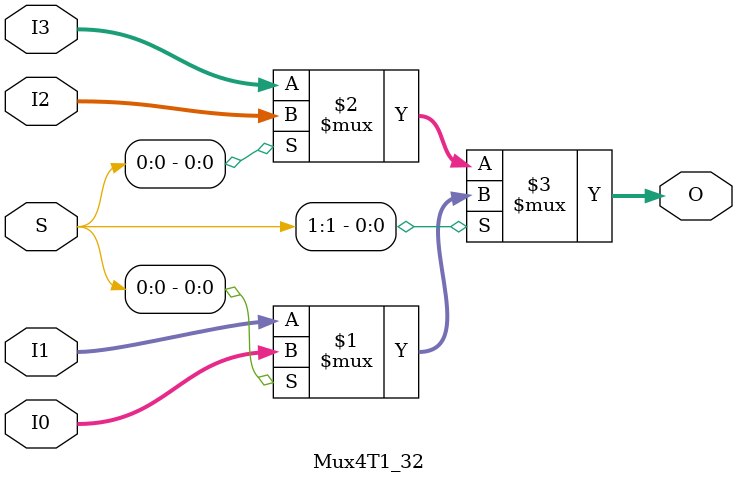
<source format=v>
module Mux4T1_32(
    input [31:0] I0,
    input [31:0] I1,
    input [31:0] I2,
    input [31:0] I3,
    input [1:0] S,
    output [31:0] O
);

    //fill your code
    assign O = S[1] ? (S[0]?I0:I1) : (S[0]?I2:I3);
endmodule


</source>
